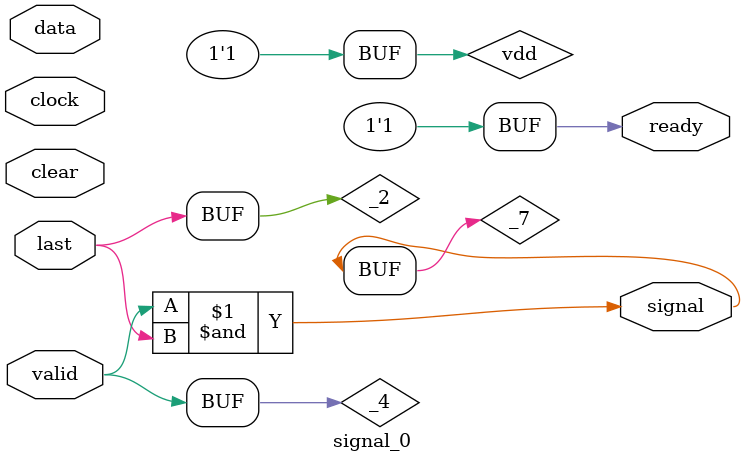
<source format=v>
module signal_0 (
    last,
    valid,
    clear,
    clock,
    data,
    ready,
    signal
);

    input last;
    input valid;
    input clear;
    input clock;
    input [7:0] data;
    output ready;
    output signal;

    /* signal declarations */
    wire _2;
    wire _4;
    wire _7;
    wire vdd = 1'b1;

    /* logic */
    assign _2 = last;
    assign _4 = valid;
    assign _7 = _4 & _2;

    /* aliases */

    /* output assignments */
    assign ready = vdd;
    assign signal = _7;

endmodule

</source>
